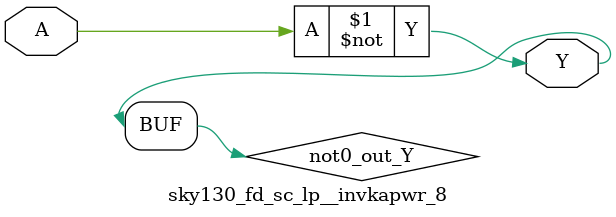
<source format=v>
/*
 * Copyright 2020 The SkyWater PDK Authors
 *
 * Licensed under the Apache License, Version 2.0 (the "License");
 * you may not use this file except in compliance with the License.
 * You may obtain a copy of the License at
 *
 *     https://www.apache.org/licenses/LICENSE-2.0
 *
 * Unless required by applicable law or agreed to in writing, software
 * distributed under the License is distributed on an "AS IS" BASIS,
 * WITHOUT WARRANTIES OR CONDITIONS OF ANY KIND, either express or implied.
 * See the License for the specific language governing permissions and
 * limitations under the License.
 *
 * SPDX-License-Identifier: Apache-2.0
*/


`ifndef SKY130_FD_SC_LP__INVKAPWR_8_FUNCTIONAL_V
`define SKY130_FD_SC_LP__INVKAPWR_8_FUNCTIONAL_V

/**
 * invkapwr: Inverter on keep-alive power rail.
 *
 * Verilog simulation functional model.
 */

`timescale 1ns / 1ps
`default_nettype none

`celldefine
module sky130_fd_sc_lp__invkapwr_8 (
    Y,
    A
);

    // Module ports
    output Y;
    input  A;

    // Local signals
    wire not0_out_Y;

    //  Name  Output      Other arguments
    not not0 (not0_out_Y, A              );
    buf buf0 (Y         , not0_out_Y     );

endmodule
`endcelldefine

`default_nettype wire
`endif  // SKY130_FD_SC_LP__INVKAPWR_8_FUNCTIONAL_V

</source>
